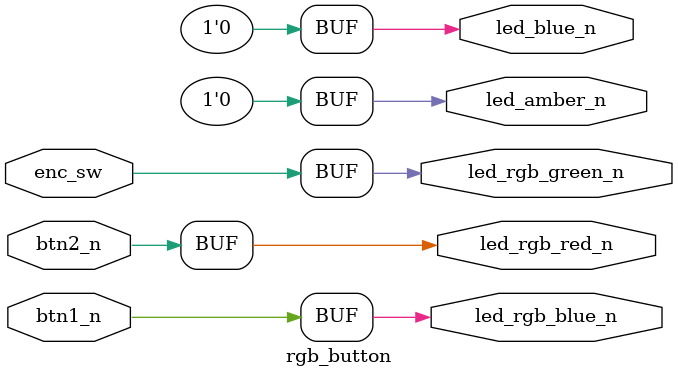
<source format=v>
module rgb_button (
  input btn1_n,
  input btn2_n,
  input enc_sw,
  output led_blue_n,
  output led_amber_n,
  output led_rgb_red_n,
  output led_rgb_blue_n,
  output led_rgb_green_n,
);

assign led_blue_n  = 1'b0;
assign led_amber_n = 1'b0;
  
assign led_rgb_blue_n  = btn1_n;
assign led_rgb_red_n   = btn2_n;
assign led_rgb_green_n = enc_sw;

endmodule

</source>
